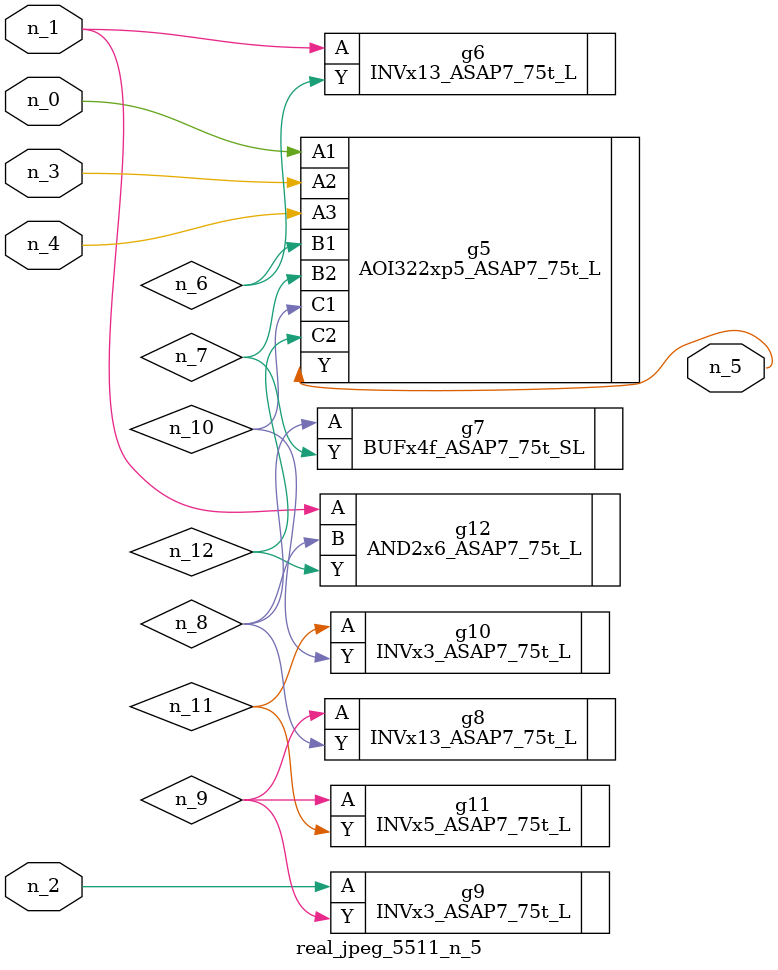
<source format=v>
module real_jpeg_5511_n_5 (n_4, n_0, n_1, n_2, n_3, n_5);

input n_4;
input n_0;
input n_1;
input n_2;
input n_3;

output n_5;

wire n_12;
wire n_8;
wire n_11;
wire n_6;
wire n_7;
wire n_10;
wire n_9;

AOI322xp5_ASAP7_75t_L g5 ( 
.A1(n_0),
.A2(n_3),
.A3(n_4),
.B1(n_6),
.B2(n_7),
.C1(n_10),
.C2(n_12),
.Y(n_5)
);

INVx13_ASAP7_75t_L g6 ( 
.A(n_1),
.Y(n_6)
);

AND2x6_ASAP7_75t_L g12 ( 
.A(n_1),
.B(n_8),
.Y(n_12)
);

INVx3_ASAP7_75t_L g9 ( 
.A(n_2),
.Y(n_9)
);

BUFx4f_ASAP7_75t_SL g7 ( 
.A(n_8),
.Y(n_7)
);

INVx13_ASAP7_75t_L g8 ( 
.A(n_9),
.Y(n_8)
);

INVx5_ASAP7_75t_L g11 ( 
.A(n_9),
.Y(n_11)
);

INVx3_ASAP7_75t_L g10 ( 
.A(n_11),
.Y(n_10)
);


endmodule
</source>
